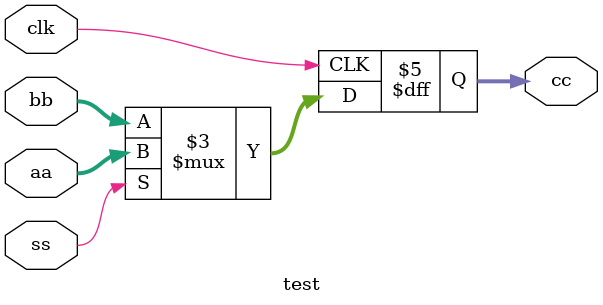
<source format=v>
module test(
   input [3:0]aa,
	input [3:0]bb,
	input clk,
	input ss,
	output reg [3:0]cc
);
//assign cc[3] = aa[3] & bb[3];
//assign cc[2] = aa[2] | bb[2];
//assign cc[1] = aa[1] ^ bb[1];
//assign cc[0] = ~aa[0];
always @(posedge clk) begin
//cc <= aa & bb;
if (ss)
cc <=aa;
else
cc <=bb;
 
end

endmodule

</source>
